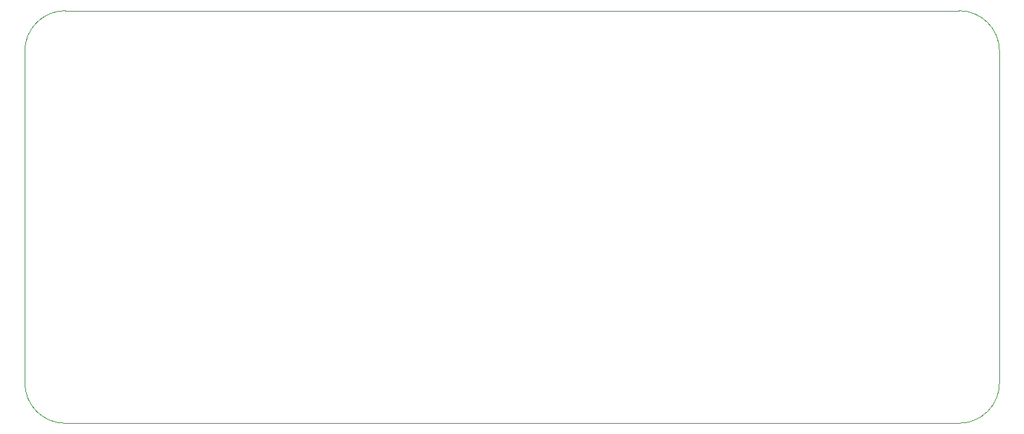
<source format=gm1>
G04 #@! TF.GenerationSoftware,KiCad,Pcbnew,(6.0.8)*
G04 #@! TF.CreationDate,2023-07-25T16:12:10-04:00*
G04 #@! TF.ProjectId,Hybrid USB Hub (USB3.0),48796272-6964-4205-9553-422048756220,v1.0*
G04 #@! TF.SameCoordinates,Original*
G04 #@! TF.FileFunction,Profile,NP*
%FSLAX46Y46*%
G04 Gerber Fmt 4.6, Leading zero omitted, Abs format (unit mm)*
G04 Created by KiCad (PCBNEW (6.0.8)) date 2023-07-25 16:12:10*
%MOMM*%
%LPD*%
G01*
G04 APERTURE LIST*
G04 #@! TA.AperFunction,Profile*
%ADD10C,0.100000*%
G04 #@! TD*
G04 APERTURE END LIST*
D10*
X207200000Y-81971068D02*
X207200000Y-123000000D01*
X86800000Y-123000000D02*
G75*
G03*
X91800000Y-128000000I5000000J0D01*
G01*
X91800000Y-76971070D02*
G75*
G03*
X86800000Y-81971068I0J-5000000D01*
G01*
X91800000Y-128000000D02*
X202200000Y-128000000D01*
X86800000Y-123000000D02*
X86800000Y-81971068D01*
X91800000Y-76971068D02*
X202200000Y-76971068D01*
X207200032Y-81971068D02*
G75*
G03*
X202200000Y-76971068I-5000032J-32D01*
G01*
X202200000Y-128000000D02*
G75*
G03*
X207200000Y-123000000I0J5000000D01*
G01*
M02*

</source>
